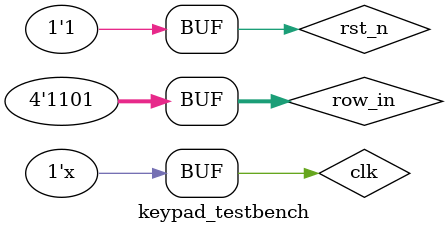
<source format=v>
module keypad_testbench ();
    reg [3:0] row_in = 4'hf;;
    wire [3:0] col_out;
    reg clk = 0, rst_n = 1;
    wire key_pressed;
    wire [7:0] key_coord;

    keypad_unit uut(clk, rst_n, row_in, col_out, key_pressed, key_coord);

    initial begin
        #10 rst_n = 0;
        #10 rst_n = 1;
        #50 row_in = 4'b1101;
    end

    always begin
        #10 clk = ~clk;
    end
endmodule
</source>
